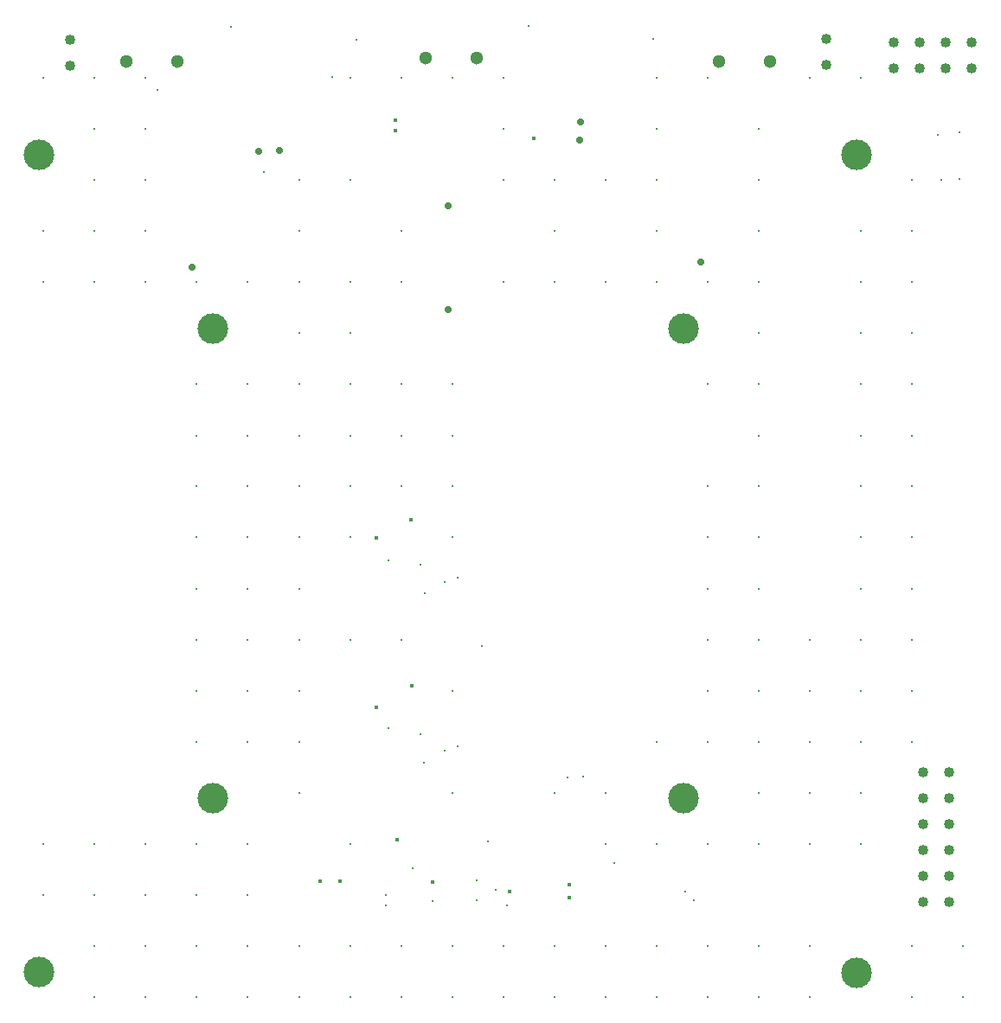
<source format=gbr>
%FSLAX23Y23*%
%MOIN*%
%SFA1B1*%

%IPPOS*%
%ADD128C,0.051180*%
%ADD129C,0.040160*%
%ADD130C,0.040160*%
%ADD131C,0.118110*%
%ADD132C,0.118110*%
%ADD133C,0.118110*%
%ADD134C,0.118110*%
%ADD135C,0.118110*%
%ADD136C,0.118110*%
%ADD137C,0.118110*%
%ADD138C,0.118110*%
%ADD139C,0.011810*%
%ADD140C,0.028000*%
%ADD141C,0.015750*%
%LNbase_pcb1_pth_drill-1*%
%LPD*%
G54D128*
X3011Y3707D03*
X2814D03*
X728Y3706D03*
X531D03*
X1881Y3720D03*
X1684D03*
G54D129*
X3228Y3692D03*
Y3792D03*
X314Y3691D03*
Y3791D03*
X3702Y467D03*
Y567D03*
Y667D03*
Y767D03*
Y867D03*
Y967D03*
X3602D03*
Y867D03*
Y767D03*
Y667D03*
Y567D03*
Y467D03*
G54D130*
X3489Y3780D03*
X3589D03*
X3689D03*
X3789D03*
Y3680D03*
X3689D03*
X3589D03*
X3489D03*
G54D131*
X3346Y3346D03*
G54D132*
X196Y3346D03*
G54D133*
X3346Y192D03*
G54D134*
X196Y196D03*
G54D135*
X2677Y2677D03*
G54D136*
X866Y2677D03*
G54D137*
X2677Y866D03*
G54D138*
X866Y866D03*
G54D139*
X3671Y3249D03*
X3741Y3434D03*
X3660Y3424D03*
X3742Y3254D03*
X3559Y3250D03*
X3756Y297D03*
Y100D03*
X3559Y3053D03*
Y2856D03*
Y2659D03*
Y2462D03*
Y2265D03*
Y2069D03*
Y1872D03*
Y1675D03*
Y1478D03*
Y1281D03*
Y1084D03*
Y297D03*
Y100D03*
X3362Y3643D03*
Y3053D03*
Y2856D03*
Y2659D03*
Y2462D03*
Y2265D03*
Y2069D03*
Y1872D03*
Y1675D03*
Y1478D03*
Y1281D03*
Y1084D03*
Y887D03*
Y691D03*
X3165Y3643D03*
Y1478D03*
Y1281D03*
Y1084D03*
Y887D03*
Y691D03*
Y297D03*
Y100D03*
X2969Y3447D03*
Y3250D03*
Y3053D03*
Y2856D03*
Y2659D03*
Y2462D03*
Y2265D03*
Y2069D03*
Y1872D03*
Y1675D03*
Y1478D03*
Y1281D03*
Y1084D03*
Y887D03*
Y691D03*
Y297D03*
Y100D03*
X2772Y3643D03*
Y2856D03*
Y2462D03*
Y2069D03*
Y1872D03*
Y1675D03*
Y1478D03*
Y1281D03*
Y1084D03*
Y691D03*
Y297D03*
Y100D03*
X2575Y3643D03*
Y3447D03*
Y3250D03*
Y3053D03*
Y2856D03*
Y1084D03*
Y691D03*
Y297D03*
Y100D03*
X2378Y3250D03*
Y2856D03*
Y887D03*
Y691D03*
Y297D03*
Y100D03*
X2181Y3250D03*
Y3053D03*
Y2856D03*
Y887D03*
Y297D03*
Y100D03*
X1984Y3643D03*
Y3447D03*
Y3250D03*
Y2856D03*
Y297D03*
Y100D03*
X1787Y3643D03*
Y2462D03*
Y2265D03*
Y2069D03*
Y1872D03*
Y1281D03*
Y887D03*
Y297D03*
Y100D03*
X1591Y3643D03*
Y3053D03*
Y2856D03*
Y2462D03*
Y2265D03*
Y2069D03*
Y1478D03*
Y297D03*
Y100D03*
X1394Y3643D03*
Y3250D03*
Y2856D03*
Y2659D03*
Y2462D03*
Y2265D03*
Y2069D03*
Y1872D03*
Y1478D03*
Y691D03*
Y297D03*
Y100D03*
X1197Y3250D03*
Y3053D03*
Y2856D03*
Y2659D03*
Y2462D03*
Y2265D03*
Y2069D03*
Y1872D03*
Y1675D03*
Y1478D03*
Y1281D03*
Y1084D03*
Y887D03*
Y297D03*
Y100D03*
X1000Y2856D03*
Y2462D03*
Y2265D03*
Y2069D03*
Y1872D03*
Y1675D03*
Y1478D03*
Y1281D03*
Y1084D03*
Y691D03*
Y494D03*
Y297D03*
Y100D03*
X803Y2856D03*
Y2462D03*
Y2265D03*
Y2069D03*
Y1872D03*
Y1675D03*
Y1478D03*
Y1281D03*
Y1084D03*
Y691D03*
Y494D03*
Y297D03*
Y100D03*
X606Y3643D03*
Y3447D03*
Y3250D03*
Y3053D03*
Y2856D03*
Y691D03*
Y494D03*
Y297D03*
Y100D03*
X410Y3643D03*
Y3447D03*
Y3250D03*
Y3053D03*
Y2856D03*
Y691D03*
Y494D03*
Y297D03*
Y100D03*
X213Y3643D03*
Y3053D03*
Y2856D03*
Y691D03*
Y494D03*
X1665Y1114D03*
X1664Y1766D03*
X1063Y3281D03*
X651Y3598D03*
X1326Y3648D03*
X1417Y3791D03*
X935Y3841D03*
X2563Y3793D03*
X2081Y3844D03*
X1808Y1068D03*
X2232Y948D03*
X2293Y951D03*
X2720Y473D03*
X2684Y508D03*
X1808Y1718D03*
X1680Y1005D03*
X1681Y1657D03*
X1757Y1699D03*
X1541Y1136D03*
Y1784D03*
X1882Y475D03*
Y550D03*
X1636Y597D03*
X1956Y514D03*
X2411Y616D03*
X1924Y701D03*
X1901Y1455D03*
X2000Y454D03*
X1712Y469D03*
X1533Y492D03*
Y452D03*
X1757Y1050D03*
G54D140*
X2746Y2933D03*
X785Y2913D03*
X1043Y3361D03*
X1122Y3364D03*
X1771Y2750D03*
Y3149D03*
X2283Y3472D03*
X2277Y3404D03*
G54D141*
X1567Y3440D03*
Y3480D03*
X2102Y3411D03*
X1630Y1939D03*
X1574Y708D03*
X1712Y543D03*
X2239Y532D03*
Y485D03*
X1496Y1217D03*
Y1869D03*
X2007Y508D03*
X1354Y548D03*
X1279D03*
X1633Y1299D03*
M02*
</source>
